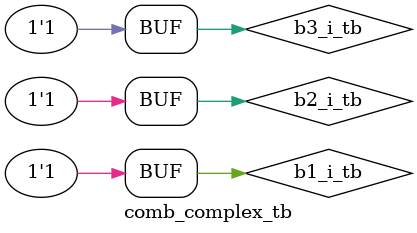
<source format=v>
module comb_complex_tb();
  
  reg b1_i_tb;
  reg b2_i_tb;
  reg b3_i_tb;
  wire b4_o_tb;
  
  comb_complex UUT1(
    .b1_i(b1_i_tb),
    .b2_i(b2_i_tb),
    .b3_i(b3_i_tb),
    .b4_o(b4_o_tb)
  );
  
  initial begin
   	$dumpfile("tb.vcd"); 
    $dumpvars;
    $display("\t\t       b1_i | b2_i| b3_i| b4_o");
    $monitor($time, "  |  %d  |  %d  |  %d  |  %d", b1_i_tb, b2_i_tb, b3_i_tb, b4_o_tb);
    
	b1_i_tb = 0;
    b2_i_tb = 0;
    b3_i_tb = 0;
    #1
   	b1_i_tb = 1;
    b2_i_tb = 0;
    b3_i_tb = 0;
    #1
    b1_i_tb = 0;
    b2_i_tb = 1;
    b3_i_tb = 0;
    #1
    b1_i_tb = 0;
    b2_i_tb = 0;
    b3_i_tb = 1;
    #1
    b1_i_tb = 1;
    b2_i_tb = 0;
    b3_i_tb = 1;
    #1
    b1_i_tb = 1;
    b2_i_tb = 1;
    b3_i_tb = 1;
    
  end
  
endmodule







</source>
